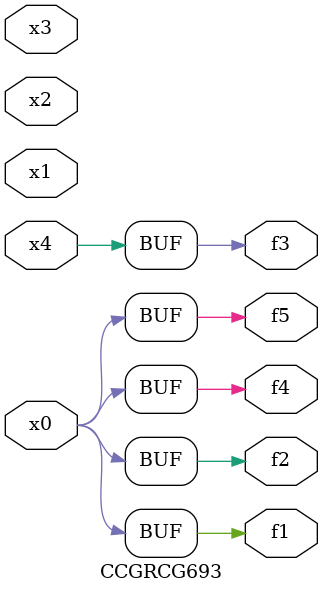
<source format=v>
module CCGRCG693(
	input x0, x1, x2, x3, x4,
	output f1, f2, f3, f4, f5
);
	assign f1 = x0;
	assign f2 = x0;
	assign f3 = x4;
	assign f4 = x0;
	assign f5 = x0;
endmodule

</source>
